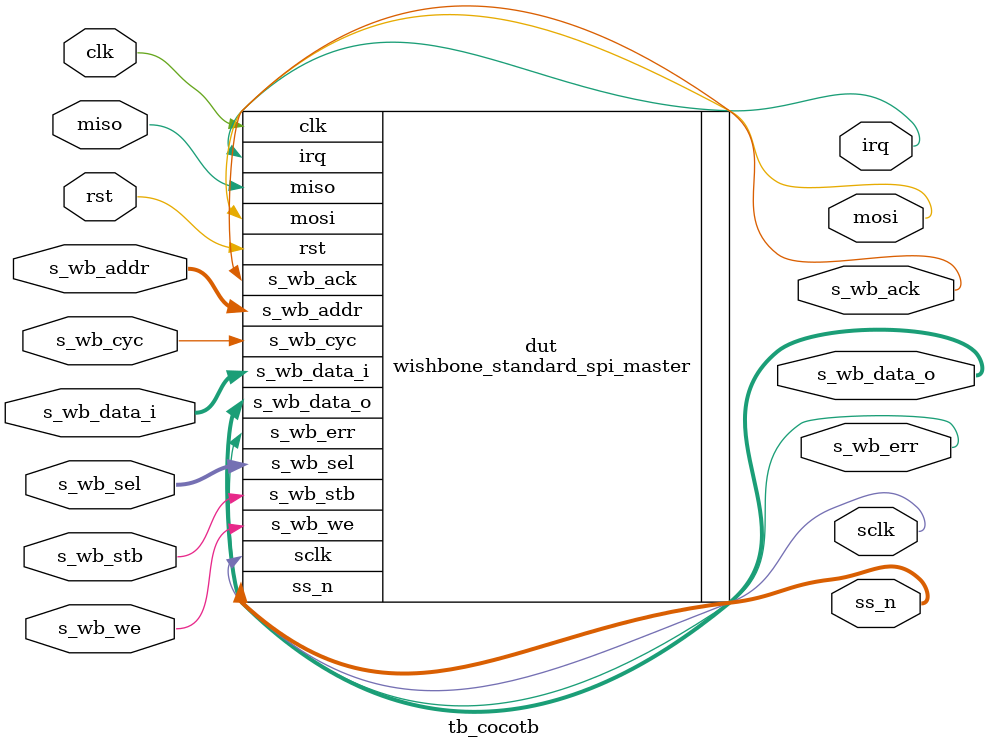
<source format=v>

`resetall
`default_nettype none

`timescale 1ns/100ps

/*
 * Module: tb_cocotb
 *
 * Wishbone Standard based SPI Master device.
 *
 * Parameters:
 *
 *   ADDRESS_WIDTH    - Width of the uP address port, max 32 bit.
 *   BUS_WIDTH        - Width of the uP bus data port(can not be less than 2 bytes, max tested is 4).
 *   WORD_WIDTH       - Width of each SPI Master word. This will also set the bits used in the TX/RX data registers. Must be less than or equal to BUS_WIDTH 1 to 4.
 *   CLOCK_SPEED      - This is the aclk frequency in Hz, this is the the frequency used for the bus and is divided by the rate.
 *   SELECT_WIDTH     - Bit width of the slave select, defaults to 16 to match altera spi ip.
 *   DEFAULT_RATE_DIV - Default divider value of the main clock to use for the spi data output clock rate. 0 is 2 (2^(X+1) X is the DEFAULT_RATE_DIV)
 *   DEFAULT_CPOL     - Default clock polarity for the core (0 or 1).
 *   DEFAULT_CPHA     - Default clock phase for the core (0 or 1).
 *
 * Ports:
 *
 *   clk            - Clock for all devices in the core
 *   rst            - Positive reset
 *   s_wb_cyc       - Bus Cycle in process
 *   s_wb_stb       - Valid data transfer cycle
 *   s_wb_we        - Active High write, low read
 *   s_wb_addr      - Bus address
 *   s_wb_data_i    - Input data
 *   s_wb_sel       - Device Select
 *   s_wb_ack       - Bus transaction terminated
 *   s_wb_data_o    - Output data
 *   s_wb_err       - Active high when a bus error is present
 *   irq            - Interrupt when data is received
 *   sclk           - spi clock, should only drive output pins to devices.
 *   mosi           - transmit for master output
 *   miso           - receive for master input
 *   ss_n           - slave select output
 */
module tb_cocotb #(
    parameter ADDRESS_WIDTH     = 32,
    parameter BUS_WIDTH         = 4,
    parameter WORD_WIDTH        = 4,
    parameter CLOCK_SPEED       = 100000000,
    parameter SELECT_WIDTH      = 16,
    parameter DEFAULT_RATE_DIV  = 0,
    parameter DEFAULT_CPOL      = 0,
    parameter DEFAULT_CPHA      = 0
  )
  (
    input                       clk,
    input                       rst,
    input                       s_wb_cyc,
    input                       s_wb_stb,
    input                       s_wb_we,
    input   [ADDRESS_WIDTH-1:0] s_wb_addr,
    input   [BUS_WIDTH*8-1:0]   s_wb_data_i,
    input   [BUS_WIDTH-1:0]     s_wb_sel,
    output                      s_wb_ack,
    output  [BUS_WIDTH*8-1:0]   s_wb_data_o,
    output                      s_wb_err,
    output                      irq,
    output                      sclk,
    output                      mosi,
    input                       miso,
    output  [SELECT_WIDTH-1:0]  ss_n
  );

  // fst dump command
  initial begin
    $dumpfile ("tb_cocotb.fst");
    $dumpvars (0, tb_cocotb);
    #1;
  end
  
  //Group: Instantiated Modules

  /*
   * Module: dut
   *
   * Device under test, wishbone_standard_spi_master
   */
  wishbone_standard_spi_master #(
    .ADDRESS_WIDTH(ADDRESS_WIDTH),
    .BUS_WIDTH(BUS_WIDTH),
    .WORD_WIDTH(WORD_WIDTH),
    .CLOCK_SPEED(CLOCK_SPEED),
    .SELECT_WIDTH(SELECT_WIDTH),
    .DEFAULT_RATE_DIV(DEFAULT_RATE_DIV),
    .DEFAULT_CPOL(DEFAULT_CPOL),
    .DEFAULT_CPHA(DEFAULT_CPHA)
  ) dut (
    .clk(clk),
    .rst(rst),
    .s_wb_cyc(s_wb_cyc),
    .s_wb_stb(s_wb_stb),
    .s_wb_we(s_wb_we),
    .s_wb_addr(s_wb_addr),
    .s_wb_data_i(s_wb_data_i),
    .s_wb_sel(s_wb_sel),
    .s_wb_ack(s_wb_ack),
    .s_wb_data_o(s_wb_data_o),
    .s_wb_err(s_wb_err),
    .irq(irq),
    .sclk(sclk),
    .mosi(mosi),
    .miso(miso),
    .ss_n(ss_n)
  );
  
endmodule

`resetall

</source>
